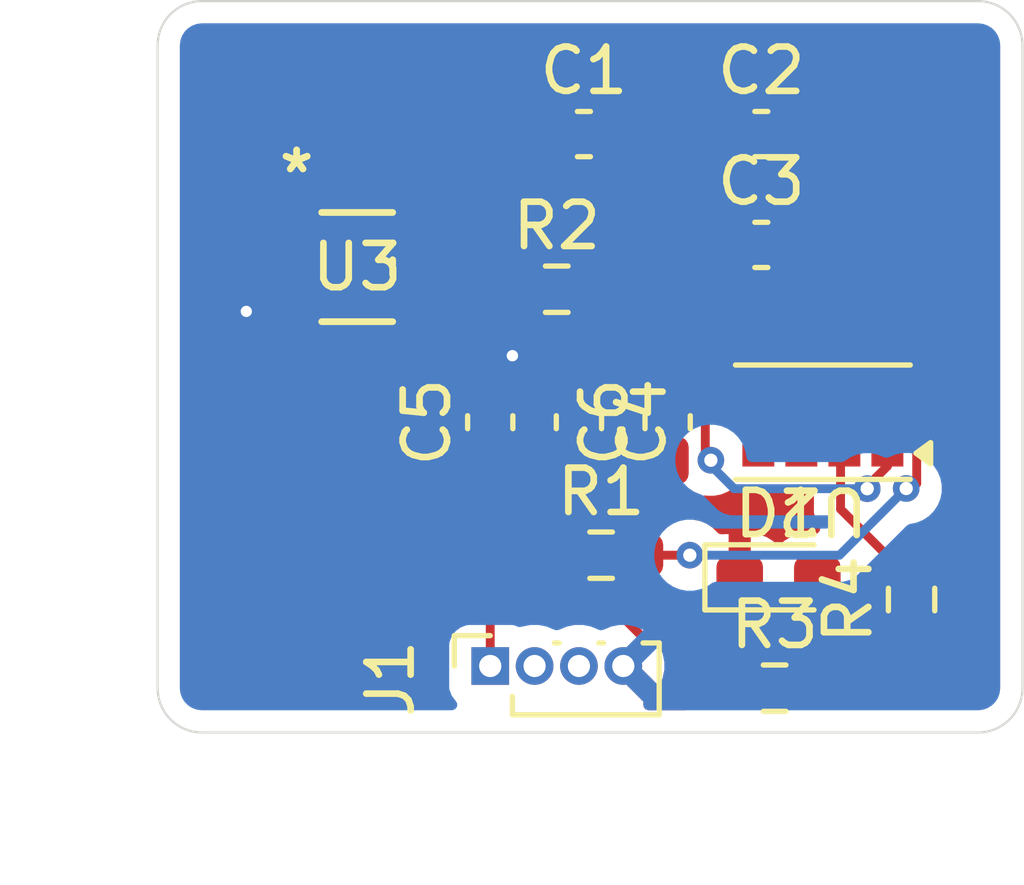
<source format=kicad_pcb>
(kicad_pcb (version 20241229) (generator "pcbnew") (generator_version "9.0")
  (layers (0 "F.Cu" signal) (2 "B.Cu" signal) (13 "F.Paste" user) (15 "B.Paste" user) (5 "F.SilkS" user "F.Silkscreen") (7 "B.SilkS" user "B.Silkscreen") (1 "F.Mask" user) (3 "B.Mask" user) (25 "Edge.Cuts" user))
  (net 0 "")
  (net 1 "+2.8V")
  (net 2 "GND")
  (net 3 "VCC")
  (net 4 "Net-(D1-A)")
  (net 7 "+3.3V")
  (net 10 "Net-(U2-GND)")
  (net 11 "Net-(U2-SCL)")
  (net 12 "Net-(U2-SDA)")
  (net 13 "Net-(U2-INT)")
  (net 14 "Net-(U2-LDR)")
  (footprint "Capacitor_SMD:C_0603_1608Metric_Pad1.08x0.95mm_HandSolder" (layer "F.Cu") (at 66 77 -90)
    (property "Reference" "C4" (at 0 -1.43 90) (layer "F.SilkS"))
    (property "Value" "1μF")
    (fp_line (start -0.146267 0.51) (end 0.146267 0.51) (stroke (width 0.12)) (layer "F.SilkS"))
    (fp_line (start -0.146267 -0.51) (end 0.146267 -0.51) (stroke (width 0.12)) (layer "F.SilkS"))
    (pad "1" smd roundrect (at -0.8625 0 270) (size 1.075 0.95) (layers "F.Cu" "F.Mask" "F.Paste") (net 3 "VCC"))
    (pad "2" smd roundrect (at 0.8625 0 270) (size 1.075 0.95) (layers "F.Cu" "F.Mask" "F.Paste") (net 2 "GND"))
  )
  (footprint "APDS-9960:SC-70_C5_MCH" (layer "F.Cu") (at 61 73.5)
    (property "Reference" "U3" (at 0 0 0) (layer "F.SilkS"))
    (property "Value" "MIC5376-2.8YC5-TR")
    (fp_line (start -0.8001 1.2319) (end 0.8001 1.2319) (stroke (width 0.1524)) (layer "F.SilkS"))
    (fp_line (start 0.8001 -1.2319) (end -0.8001 -1.2319) (stroke (width 0.1524)) (layer "F.SilkS"))
    (fp_line (start 0.8001 0.164859) (end 0.8001 -0.164859) (stroke (width 0.1524)) (layer "F.SilkS"))
    (fp_text user "*" (at -1.36525 -2.0978 0) (layer "F.SilkS"))
    (fp_text user "*" (at -1.36525 -2.0978 0) (layer "F.SilkS"))
    (pad "1" smd rect (at -1.11125 -0.649999) (size 0.8763 0.3048) (layers "F.Cu" "F.Mask" "F.Paste") (net 3 "VCC"))
    (pad "2" smd rect (at -1.11125 0) (size 0.8763 0.3048) (layers "F.Cu" "F.Mask" "F.Paste") (net 2 "GND"))
    (pad "3" smd rect (at -1.11125 0.649999) (size 0.8763 0.3048) (layers "F.Cu" "F.Mask" "F.Paste"))
    (pad "4" smd rect (at 1.11125 0.649999) (size 0.8763 0.3048) (layers "F.Cu" "F.Mask" "F.Paste"))
    (pad "5" smd rect (at 1.11125 -0.649999) (size 0.8763 0.3048) (layers "F.Cu" "F.Mask" "F.Paste") (net 1 "+2.8V"))
  )
  (footprint "Capacitor_SMD:C_0603_1608Metric_Pad1.08x0.95mm_HandSolder" (layer "F.Cu") (at 66.1125 70.5)
    (property "Reference" "C1" (at 0 -1.43 0) (layer "F.SilkS"))
    (property "Value" "1μF")
    (fp_line (start -0.146267 -0.51) (end 0.146267 -0.51) (stroke (width 0.12)) (layer "F.SilkS"))
    (fp_line (start -0.146267 0.51) (end 0.146267 0.51) (stroke (width 0.12)) (layer "F.SilkS"))
    (pad "1" smd roundrect (at -0.8625 0) (size 1.075 0.95) (layers "F.Cu" "F.Mask" "F.Paste") (net 1 "+2.8V"))
    (pad "2" smd roundrect (at 0.8625 0) (size 1.075 0.95) (layers "F.Cu" "F.Mask" "F.Paste") (net 10 "Net-(U2-GND)"))
  )
  (footprint "Resistor_SMD:R_0603_1608Metric_Pad0.98x0.95mm_HandSolder" (layer "F.Cu") (at 66.5 80)
    (property "Reference" "R1" (at 0 -1.43 0) (layer "F.SilkS"))
    (property "Value" "4.7k")
    (fp_line (start -0.254724 -0.5225) (end 0.254724 -0.5225) (stroke (width 0.12)) (layer "F.SilkS"))
    (fp_line (start -0.254724 0.5225) (end 0.254724 0.5225) (stroke (width 0.12)) (layer "F.SilkS"))
    (pad "1" smd roundrect (at -0.9125 0) (size 0.975 0.95) (layers "F.Cu" "F.Mask" "F.Paste") (net 3 "VCC"))
    (pad "2" smd roundrect (at 0.9125 0) (size 0.975 0.95) (layers "F.Cu" "F.Mask" "F.Paste") (net 11 "Net-(U2-SCL)"))
  )
  (footprint "Capacitor_SMD:C_0603_1608Metric_Pad1.08x0.95mm_HandSolder" (layer "F.Cu") (at 68 77 90)
    (property "Reference" "C6" (at 0 -1.43 90) (layer "F.SilkS"))
    (property "Value" "≥10µF")
    (fp_line (start -0.146267 -0.51) (end 0.146267 -0.51) (stroke (width 0.12)) (layer "F.SilkS"))
    (fp_line (start -0.146267 0.51) (end 0.146267 0.51) (stroke (width 0.12)) (layer "F.SilkS"))
    (pad "1" smd roundrect (at -0.8625 0 90) (size 1.075 0.95) (layers "F.Cu" "F.Mask" "F.Paste") (net 1 "+2.8V"))
    (pad "2" smd roundrect (at 0.8625 0 90) (size 1.075 0.95) (layers "F.Cu" "F.Mask" "F.Paste") (net 2 "GND"))
  )
  (footprint "Resistor_SMD:R_0603_1608Metric_Pad0.98x0.95mm_HandSolder" (layer "F.Cu") (at 65.5 74)
    (property "Reference" "R2" (at 0 -1.43 0) (layer "F.SilkS"))
    (property "Value" "4.7k")
    (fp_line (start -0.254724 -0.5225) (end 0.254724 -0.5225) (stroke (width 0.12)) (layer "F.SilkS"))
    (fp_line (start -0.254724 0.5225) (end 0.254724 0.5225) (stroke (width 0.12)) (layer "F.SilkS"))
    (pad "1" smd roundrect (at -0.9125 0) (size 0.975 0.95) (layers "F.Cu" "F.Mask" "F.Paste") (net 3 "VCC"))
    (pad "2" smd roundrect (at 0.9125 0) (size 0.975 0.95) (layers "F.Cu" "F.Mask" "F.Paste") (net 12 "Net-(U2-SDA)"))
  )
  (footprint "Capacitor_SMD:C_0603_1608Metric_Pad1.08x0.95mm_HandSolder" (layer "F.Cu") (at 70.1125 73)
    (property "Reference" "C3" (at 0 -1.43 0) (layer "F.SilkS"))
    (property "Value" "1μF")
    (fp_line (start -0.146267 -0.51) (end 0.146267 -0.51) (stroke (width 0.12)) (layer "F.SilkS"))
    (fp_line (start -0.146267 0.51) (end 0.146267 0.51) (stroke (width 0.12)) (layer "F.SilkS"))
    (pad "1" smd roundrect (at -0.8625 0) (size 1.075 0.95) (layers "F.Cu" "F.Mask" "F.Paste") (net 1 "+2.8V"))
    (pad "2" smd roundrect (at 0.8625 0) (size 1.075 0.95) (layers "F.Cu" "F.Mask" "F.Paste") (net 2 "GND"))
  )
  (footprint "Capacitor_SMD:C_0603_1608Metric_Pad1.08x0.95mm_HandSolder" (layer "F.Cu") (at 64 77 90)
    (property "Reference" "C5" (at 0 -1.43 90) (layer "F.SilkS"))
    (property "Value" "10μF")
    (fp_line (start -0.146267 -0.51) (end 0.146267 -0.51) (stroke (width 0.12)) (layer "F.SilkS"))
    (fp_line (start -0.146267 0.51) (end 0.146267 0.51) (stroke (width 0.12)) (layer "F.SilkS"))
    (pad "1" smd roundrect (at -0.8625 0 90) (size 1.075 0.95) (layers "F.Cu" "F.Mask" "F.Paste") (net 1 "+2.8V"))
    (pad "2" smd roundrect (at 0.8625 0 90) (size 1.075 0.95) (layers "F.Cu" "F.Mask" "F.Paste") (net 2 "GND"))
  )
  (footprint "LED_SMD:LED_0603_1608Metric_Pad1.05x0.95mm_HandSolder" (layer "F.Cu") (at 70.5 80.5)
    (property "Reference" "D1" (at 0 -1.43 0) (layer "F.SilkS"))
    (property "Value" "LED")
    (fp_line (start -1.66 -0.735) (end -1.66 0.735) (stroke (width 0.12)) (layer "F.SilkS"))
    (fp_line (start -1.66 0.735) (end 0.8 0.735) (stroke (width 0.12)) (layer "F.SilkS"))
    (fp_line (start 0.8 -0.735) (end -1.66 -0.735) (stroke (width 0.12)) (layer "F.SilkS"))
    (pad "1" smd roundrect (at -0.875 0) (size 1.05 0.95) (layers "F.Cu" "F.Mask" "F.Paste") (net 2 "GND"))
    (pad "2" smd roundrect (at 0.875 0) (size 1.05 0.95) (layers "F.Cu" "F.Mask" "F.Paste") (net 4 "Net-(D1-A)"))
  )
  (footprint "Resistor_SMD:R_0603_1608Metric_Pad0.98x0.95mm_HandSolder" (layer "F.Cu") (at 73.5 81 90)
    (property "Reference" "R4" (at 0 -1.43 90) (layer "F.SilkS"))
    (property "Value" "4.7k")
    (fp_line (start -0.254724 -0.5225) (end 0.254724 -0.5225) (stroke (width 0.12)) (layer "F.SilkS"))
    (fp_line (start -0.254724 0.5225) (end 0.254724 0.5225) (stroke (width 0.12)) (layer "F.SilkS"))
    (pad "1" smd roundrect (at -0.9125 0 90) (size 0.975 0.95) (layers "F.Cu" "F.Mask" "F.Paste") (net 3 "VCC"))
    (pad "2" smd roundrect (at 0.9125 0 90) (size 0.975 0.95) (layers "F.Cu" "F.Mask" "F.Paste") (net 13 "Net-(U2-INT)"))
  )
  (footprint "Resistor_SMD:R_0603_1608Metric_Pad0.98x0.95mm_HandSolder" (layer "F.Cu") (at 70.4125 83)
    (property "Reference" "R3" (at 0 -1.43 0) (layer "F.SilkS"))
    (property "Value" "330")
    (fp_line (start -0.254724 -0.5225) (end 0.254724 -0.5225) (stroke (width 0.12)) (layer "F.SilkS"))
    (fp_line (start -0.254724 0.5225) (end 0.254724 0.5225) (stroke (width 0.12)) (layer "F.SilkS"))
    (pad "1" smd roundrect (at -0.9125 0) (size 0.975 0.95) (layers "F.Cu" "F.Mask" "F.Paste") (net 7 "+3.3V"))
    (pad "2" smd roundrect (at 0.9125 0) (size 0.975 0.95) (layers "F.Cu" "F.Mask" "F.Paste") (net 4 "Net-(D1-A)"))
  )
  (footprint "Capacitor_SMD:C_0603_1608Metric_Pad1.08x0.95mm_HandSolder" (layer "F.Cu") (at 70.1125 70.5)
    (property "Reference" "C2" (at 0 -1.43 0) (layer "F.SilkS"))
    (property "Value" "1μF")
    (fp_line (start -0.146267 -0.51) (end 0.146267 -0.51) (stroke (width 0.12)) (layer "F.SilkS"))
    (fp_line (start -0.146267 0.51) (end 0.146267 0.51) (stroke (width 0.12)) (layer "F.SilkS"))
    (pad "1" smd roundrect (at -0.8625 0) (size 1.075 0.95) (layers "F.Cu" "F.Mask" "F.Paste") (net 1 "+2.8V"))
    (pad "2" smd roundrect (at 0.8625 0) (size 1.075 0.95) (layers "F.Cu" "F.Mask" "F.Paste") (net 2 "GND"))
  )
  (footprint "Sensor:Avago_APDS-9960" (layer "F.Cu") (at 71.5 77 180)
    (property "Reference" "U2" (at 0 -2 180) (layer "F.SilkS"))
    (property "Value" "APDS-9960")
    (fp_line (start -1.97 1.29) (end 1.97 1.29) (stroke (width 0.12)) (layer "F.SilkS"))
    (fp_line (start -1.97 -1.29) (end 1.97 -1.29) (stroke (width 0.12)) (layer "F.SilkS"))
    (fp_poly (pts (xy -2.1 -0.7) (xy -2.43 -0.46) (xy -2.43 -0.94) (xy -2.1 -0.7)) (stroke (width 0.12)) (fill yes) (layer "F.SilkS"))
    (pad "1" smd rect (at -1.455 -0.7 180) (size 0.72 0.6) (layers "F.Cu" "F.Mask" "F.Paste") (net 12 "Net-(U2-SDA)"))
    (pad "2" smd rect (at -0.485 -0.7 180) (size 0.72 0.6) (layers "F.Cu" "F.Mask" "F.Paste") (net 13 "Net-(U2-INT)"))
    (pad "3" smd rect (at 0.485 -0.7 180) (size 0.72 0.6) (layers "F.Cu" "F.Mask" "F.Paste") (net 14 "Net-(U2-LDR)"))
    (pad "4" smd rect (at 1.455 -0.7 180) (size 0.72 0.6) (layers "F.Cu" "F.Mask" "F.Paste") (net 14 "Net-(U2-LDR)"))
    (pad "5" smd rect (at 1.455 0.7 180) (size 0.72 0.6) (layers "F.Cu" "F.Mask" "F.Paste") (net 1 "+2.8V"))
    (pad "6" smd rect (at 0.485 0.7 180) (size 0.72 0.6) (layers "F.Cu" "F.Mask" "F.Paste") (net 10 "Net-(U2-GND)"))
    (pad "7" smd rect (at -0.485 0.7 180) (size 0.72 0.6) (layers "F.Cu" "F.Mask" "F.Paste") (net 11 "Net-(U2-SCL)"))
    (pad "8" smd rect (at -1.455 0.7 180) (size 0.72 0.6) (layers "F.Cu" "F.Mask" "F.Paste") (net 1 "+2.8V"))
  )
  (footprint "Connector_PinSocket_1.00mm:PinSocket_1x04_P1.00mm_Vertical" (layer "F.Cu") (at 64 82.5 90)
    (property "Reference" "J1" (at -0.29 -2.25 90) (layer "F.SilkS"))
    (property "Value" "Conn_01x04")
    (fp_line (start 0.685 -0.81) (end 0.685 0) (stroke (width 0.12)) (layer "F.SilkS"))
    (fp_line (start 0 -0.81) (end 0.685 -0.81) (stroke (width 0.12)) (layer "F.SilkS"))
    (fp_line (start -1.1 0.5) (end -0.685 0.5) (stroke (width 0.12)) (layer "F.SilkS"))
    (fp_line (start -1.1 0.5) (end -1.1 3.81) (stroke (width 0.12)) (layer "F.SilkS"))
    (fp_line (start 0.52 1.445898) (end 0.52 1.554102) (stroke (width 0.12)) (layer "F.SilkS"))
    (fp_line (start 0.52 2.445898) (end 0.52 2.554102) (stroke (width 0.12)) (layer "F.SilkS"))
    (fp_line (start 0.52 3.445898) (end 0.52 3.81) (stroke (width 0.12)) (layer "F.SilkS"))
    (fp_line (start -1.1 3.81) (end 0.52 3.81) (stroke (width 0.12)) (layer "F.SilkS"))
    (pad "1" thru_hole rect (at 0 0 90) (size 0.85 0.85) (drill 0.5) (layers "*.Cu" "*.Mask") (net 3 "VCC"))
    (pad "2" thru_hole circle (at 0 1 90) (size 0.85 0.85) (drill 0.5) (layers "*.Cu" "*.Mask"))
    (pad "3" thru_hole circle (at 0 2 90) (size 0.85 0.85) (drill 0.5) (layers "*.Cu" "*.Mask"))
    (pad "4" thru_hole circle (at 0 3 90) (size 0.85 0.85) (drill 0.5) (layers "*.Cu" "*.Mask") (net 2 "GND"))
  )
  (gr_line (start 56.5 68.5) (end 56.5 83) (stroke (width 0.05)) (layer "Edge.Cuts"))
  (gr_line (start 57.5 84) (end 75 84) (stroke (width 0.05)) (layer "Edge.Cuts"))
  (gr_arc (start 56.5 68.5) (mid 56.792893 67.792893) (end 57.5 67.5) (stroke (width 0.05)) (layer "Edge.Cuts"))
  (gr_line (start 75 67.5) (end 57.5 67.5) (stroke (width 0.05)) (layer "Edge.Cuts"))
  (gr_arc (start 75 67.5) (mid 75.707107 67.792893) (end 76 68.5) (stroke (width 0.05)) (layer "Edge.Cuts"))
  (gr_arc (start 57.5 84) (mid 56.792893 83.707107) (end 56.5 83) (stroke (width 0.05)) (layer "Edge.Cuts"))
  (gr_arc (start 76 83) (mid 75.707107 83.707107) (end 75 84) (stroke (width 0.05)) (layer "Edge.Cuts"))
  (gr_line (start 76 83) (end 76 68.5) (stroke (width 0.05)) (layer "Edge.Cuts"))
  (segment (start 67.75 73) (end 69.25 73) (width 0.2) (layer "F.Cu") (net 1))
  (segment (start 72.955 69.3879) (end 72.5671 69) (width 0.2) (layer "F.Cu") (net 1))
  (segment (start 69.25 73) (end 69.25 75.505) (width 0.2) (layer "F.Cu") (net 1))
  (segment (start 62.899999 72.850001) (end 65.25 70.5) (width 0.2) (layer "F.Cu") (net 1))
  (segment (start 62.11125 72.850001) (end 62.899999 72.850001) (width 0.2) (layer "F.Cu") (net 1))
  (segment (start 69.25 73) (end 69.25 72.5) (width 0.2) (layer "F.Cu") (net 1))
  (segment (start 69.25 73) (end 69.25 70.5) (width 0.2) (layer "F.Cu") (net 1))
  (segment (start 73 76) (end 72.985 76.015) (width 0.2) (layer "F.Cu") (net 1))
  (segment (start 72.5671 69) (end 66.75 69) (width 0.2) (layer "F.Cu") (net 1))
  (segment (start 66.75 69) (end 65.25 70.5) (width 0.2) (layer "F.Cu") (net 1))
  (segment (start 68 78.5) (end 67.5 79) (width 0.2) (layer "F.Cu") (net 1))
  (segment (start 64.5 79) (end 64 78.5) (width 0.2) (layer "F.Cu") (net 1))
  (segment (start 68 77.8625) (end 68 78.5) (width 0.2) (layer "F.Cu") (net 1))
  (segment (start 64 78.5) (end 64 77.8625) (width 0.2) (layer "F.Cu") (net 1))
  (segment (start 65.25 70.5) (end 67.75 73) (width 0.2) (layer "F.Cu") (net 1))
  (segment (start 69.25 75.505) (end 70.045 76.3) (width 0.2) (layer "F.Cu") (net 1))
  (segment (start 72.955 76.3) (end 72.955 69.3879) (width 0.2) (layer "F.Cu") (net 1))
  (segment (start 67.5 79) (end 64.5 79) (width 0.2) (layer "F.Cu") (net 1))
  (segment (start 69.25 73) (end 69.655 73) (width 0.2) (layer "F.Cu") (net 1))
  (segment (start 59.5 73.5) (end 59.88875 73.5) (width 0.2) (layer "F.Cu") (net 2))
  (segment (start 66 77.8625) (end 65.725 77.8625) (width 0.2) (layer "F.Cu") (net 2))
  (segment (start 64 76.1375) (end 64 76) (width 0.2) (layer "F.Cu") (net 2))
  (segment (start 68 76.1375) (end 67.725 76.1375) (width 0.254) (layer "F.Cu") (net 2))
  (segment (start 65.725 77.8625) (end 64 76.1375) (width 0.2) (layer "F.Cu") (net 2))
  (segment (start 64 76) (end 64.5 75.5) (width 0.2) (layer "F.Cu") (net 2))
  (segment (start 67.725 76.1375) (end 66 77.8625) (width 0.254) (layer "F.Cu") (net 2))
  (segment (start 58.5 74.5) (end 59.5 73.5) (width 0.2) (layer "F.Cu") (net 2))
  (via (at 64.5 75.5) (size 0.508) (drill 0.254) (layers "F.Cu" "B.Cu") (net 2))
  (via (at 58.5 74.5) (size 0.508) (drill 0.254) (layers "F.Cu" "B.Cu") (net 2))
  (via (at 64.5 75.5) (size 0.508) (drill 0.254) (layers "F.Cu" "B.Cu") (net 2))
  (segment (start 64.5 75.5) (end 59.5 75.5) (width 0.2) (layer "B.Cu") (net 2))
  (segment (start 59.5 75.5) (end 58.5 74.5) (width 0.2) (layer "B.Cu") (net 2))
  (segment (start 63.0875 80) (end 65.5875 80) (width 0.2) (layer "F.Cu") (net 3))
  (segment (start 64 82.5) (end 64 81) (width 0.2) (layer "F.Cu") (net 3))
  (segment (start 63.04375 80.04375) (end 63.0875 80) (width 0.2) (layer "F.Cu") (net 3))
  (segment (start 63.04375 80.04375) (end 63 80) (width 0.2) (layer "F.Cu") (net 3))
  (segment (start 63 80) (end 62.5875 80) (width 0.2) (layer "F.Cu") (net 3))
  (segment (start 73.5 81.9125) (end 67.5 81.9125) (width 0.2) (layer "F.Cu") (net 3))
  (segment (start 64 81) (end 63.04375 80.04375) (width 0.2) (layer "F.Cu") (net 3))
  (segment (start 66 75.4125) (end 64.5875 74) (width 0.2) (layer "F.Cu") (net 3))
  (segment (start 59.2506 72.850001) (end 59.88875 72.850001) (width 0.2) (layer "F.Cu") (net 3))
  (segment (start 62.5875 76) (end 62.5875 80) (width 0.2) (layer "F.Cu") (net 3))
  (segment (start 57.5 74.600601) (end 59.2506 72.850001) (width 0.2) (layer "F.Cu") (net 3))
  (segment (start 67.5 81.9125) (end 65.5875 80) (width 0.2) (layer "F.Cu") (net 3))
  (segment (start 57.5 76) (end 57.5 74.600601) (width 0.2) (layer "F.Cu") (net 3))
  (segment (start 64.5875 74) (end 62.5875 76) (width 0.2) (layer "F.Cu") (net 3))
  (segment (start 62.5875 76) (end 57.5 76) (width 0.2) (layer "F.Cu") (net 3))
  (segment (start 66 76.1375) (end 66 75.4125) (width 0.2) (layer "F.Cu") (net 3))
  (segment (start 71.325 83) (end 73.668134 83) (width 0.2) (layer "F.Cu") (net 4))
  (segment (start 74.276 81.432866) (end 73.967134 81.124) (width 0.2) (layer "F.Cu") (net 4))
  (segment (start 73.668134 83) (end 74.276 82.392134) (width 0.2) (layer "F.Cu") (net 4))
  (segment (start 73.967134 81.124) (end 71.999 81.124) (width 0.2) (layer "F.Cu") (net 4))
  (segment (start 74.276 82.392134) (end 74.276 81.432866) (width 0.2) (layer "F.Cu") (net 4))
  (segment (start 71.999 81.124) (end 71.375 80.5) (width 0.2) (layer "F.Cu") (net 4))
  (segment (start 67.975 69.5) (end 72.5 69.5) (width 0.2) (layer "F.Cu") (net 10))
  (segment (start 72.5 69.5) (end 72.5 74.315) (width 0.2) (layer "F.Cu") (net 10))
  (segment (start 71.015 75.8) (end 71.015 76.3) (width 0.2) (layer "F.Cu") (net 10))
  (segment (start 66.975 70.5) (end 67.975 69.5) (width 0.2) (layer "F.Cu") (net 10))
  (segment (start 72.5 74.315) (end 71.015 75.8) (width 0.2) (layer "F.Cu") (net 10))
  (segment (start 72.185 77) (end 73.5 77) (width 0.2) (layer "F.Cu") (net 11))
  (segment (start 71.985 76.3) (end 71.985 76.8) (width 0.2) (layer "F.Cu") (net 11))
  (segment (start 73.5 78.5) (end 73.382877 78.5) (width 0.2) (layer "F.Cu") (net 11))
  (segment (start 73.616 78.384) (end 73.5 78.5) (width 0.2) (layer "F.Cu") (net 11))
  (segment (start 73.382877 78.5) (end 73.378792 78.495915) (width 0.2) (layer "F.Cu") (net 11))
  (segment (start 73.5 77) (end 73.616 77.116) (width 0.2) (layer "F.Cu") (net 11))
  (segment (start 73.616 77.116) (end 73.616 78.384) (width 0.2) (layer "F.Cu") (net 11))
  (segment (start 71.985 76.8) (end 72.185 77) (width 0.2) (layer "F.Cu") (net 11))
  (segment (start 68.5 80) (end 67.4125 80) (width 0.2) (layer "F.Cu") (net 11))
  (via (at 73.378792 78.495915) (size 0.6) (drill 0.3) (layers "F.Cu" "B.Cu") (net 11))
  (via (at 68.5 80) (size 0.6) (drill 0.3) (layers "F.Cu" "B.Cu") (net 11))
  (segment (start 71.874707 80) (end 68.5 80) (width 0.2) (layer "B.Cu") (net 11))
  (segment (start 73.378792 78.495915) (end 71.874707 80) (width 0.2) (layer "B.Cu") (net 11))
  (segment (start 72.955 77.7) (end 72.955 77.992) (width 0.2) (layer "F.Cu") (net 12))
  (segment (start 68.849 77.849) (end 68.849 75.3389) (width 0.2) (layer "F.Cu") (net 12))
  (segment (start 68.849 75.3389) (end 67.5101 74) (width 0.2) (layer "F.Cu") (net 12))
  (segment (start 72.955 77.992) (end 72.447 78.5) (width 0.2) (layer "F.Cu") (net 12))
  (segment (start 67.5101 74) (end 66.4125 74) (width 0.2) (layer "F.Cu") (net 12))
  (segment (start 72.447 78.5) (end 72.5 78.5) (width 0.2) (layer "F.Cu") (net 12))
  (via (at 68.975 77.858121) (size 0.6) (drill 0.3) (layers "F.Cu" "B.Cu") (net 12))
  (via (at 72.5 78.5) (size 0.6) (drill 0.3) (layers "F.Cu" "B.Cu") (net 12))
  (segment (start 69.5 78.5) (end 68.975 77.975) (width 0.2) (layer "B.Cu") (net 12))
  (segment (start 68.975 77.975) (end 68.975 77.858121) (width 0.2) (layer "B.Cu") (net 12))
  (segment (start 72.5 78.5) (end 69.5 78.5) (width 0.2) (layer "B.Cu") (net 12))
  (segment (start 71.985 77.7) (end 71.899 77.786) (width 0.2) (layer "F.Cu") (net 13))
  (segment (start 71.899 77.786) (end 71.899 78.9615) (width 0.2) (layer "F.Cu") (net 13))
  (segment (start 71.899 78.9615) (end 73.025 80.0875) (width 0.2) (layer "F.Cu") (net 13))
  (segment (start 73.025 80.0875) (end 73.5 80.0875) (width 0.2) (layer "F.Cu") (net 13))
  (segment (start 70.045 77.7) (end 71.015 77.7) (width 0.2) (layer "F.Cu") (net 14))
  (zone (net 2) (net_name "GND") (layers "F.Cu" "B.Cu") (connect_pads (clearance 0.5)) (min_thickness 0.25) (fill yes (thermal_gap 0.5) (thermal_bridge_width 0.5))
    (polygon (pts (xy 56.5 67.5) (xy 56.5 84) (xy 76 84) (xy 76 67.5)))
  )
)
</source>
